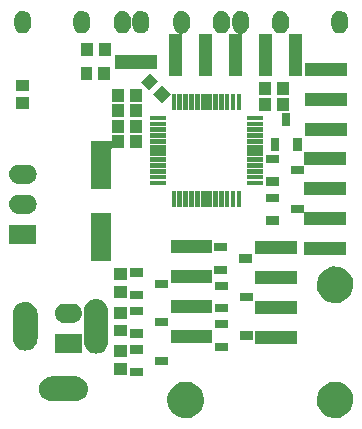
<source format=gts>
G04 #@! TF.FileFunction,Soldermask,Top*
%FSLAX46Y46*%
G04 Gerber Fmt 4.6, Leading zero omitted, Abs format (unit mm)*
G04 Created by KiCad (PCBNEW (2015-03-13 BZR 5510)-product) date tis  3 nov 2015 15:17:31*
%MOMM*%
G01*
G04 APERTURE LIST*
%ADD10C,0.100000*%
G04 APERTURE END LIST*
D10*
G36*
X120220380Y-93087740D02*
X119119620Y-93087740D01*
X119119620Y-92088580D01*
X120220380Y-92088580D01*
X120220380Y-93087740D01*
X120220380Y-93087740D01*
G37*
G36*
X120220380Y-94591420D02*
X119119620Y-94591420D01*
X119119620Y-93592260D01*
X120220380Y-93592260D01*
X120220380Y-94591420D01*
X120220380Y-94591420D01*
G37*
G36*
X120400000Y-87474633D02*
X120399958Y-87480579D01*
X120399946Y-87482348D01*
X120399932Y-87484371D01*
X120384703Y-87620135D01*
X120343395Y-87750356D01*
X120277579Y-87870074D01*
X120189764Y-87974728D01*
X120083294Y-88060332D01*
X119962225Y-88123626D01*
X119831167Y-88162198D01*
X119831133Y-88162201D01*
X119831120Y-88162205D01*
X119695116Y-88174583D01*
X119559294Y-88160306D01*
X119559289Y-88160304D01*
X119559245Y-88160300D01*
X119428739Y-88119901D01*
X119308565Y-88054923D01*
X119203300Y-87967841D01*
X119116955Y-87861971D01*
X119052818Y-87741346D01*
X119013331Y-87610561D01*
X119000000Y-87474597D01*
X119000000Y-87472397D01*
X119000000Y-86965403D01*
X119000000Y-86965367D01*
X119000041Y-86959420D01*
X119000068Y-86955629D01*
X119015297Y-86819865D01*
X119056605Y-86689644D01*
X119122421Y-86569926D01*
X119210236Y-86465272D01*
X119316706Y-86379668D01*
X119437775Y-86316374D01*
X119568833Y-86277802D01*
X119568866Y-86277798D01*
X119568880Y-86277795D01*
X119704884Y-86265417D01*
X119840706Y-86279694D01*
X119840710Y-86279695D01*
X119840755Y-86279700D01*
X119971261Y-86320099D01*
X120091435Y-86385077D01*
X120196700Y-86472159D01*
X120283045Y-86578029D01*
X120347182Y-86698654D01*
X120386669Y-86829439D01*
X120400000Y-86965403D01*
X120400000Y-86967603D01*
X120400000Y-87474597D01*
X120400000Y-87474633D01*
X120400000Y-87474633D01*
G37*
G36*
X120869820Y-105982000D02*
X118570180Y-105982000D01*
X118570180Y-104358000D01*
X120869820Y-104358000D01*
X120869820Y-105982000D01*
X120869820Y-105982000D01*
G37*
G36*
X120875366Y-100095667D02*
X120858806Y-100253226D01*
X120858801Y-100253239D01*
X120858798Y-100253275D01*
X120811936Y-100404663D01*
X120736562Y-100544065D01*
X120635546Y-100666171D01*
X120512737Y-100766332D01*
X120372812Y-100840731D01*
X120221101Y-100886536D01*
X120063383Y-100902000D01*
X120061183Y-100902000D01*
X119376617Y-100902000D01*
X119376581Y-100902000D01*
X119370021Y-100901954D01*
X119367304Y-100901935D01*
X119365280Y-100901921D01*
X119207793Y-100884256D01*
X119056736Y-100836338D01*
X118917864Y-100759992D01*
X118796465Y-100658127D01*
X118697164Y-100534621D01*
X118623744Y-100394181D01*
X118579000Y-100242154D01*
X118578996Y-100242120D01*
X118578993Y-100242107D01*
X118564634Y-100084333D01*
X118581194Y-99926774D01*
X118581198Y-99926760D01*
X118581202Y-99926725D01*
X118628064Y-99775337D01*
X118703438Y-99635935D01*
X118804454Y-99513829D01*
X118927263Y-99413668D01*
X119067188Y-99339269D01*
X119218899Y-99293464D01*
X119376617Y-99278000D01*
X119378817Y-99278000D01*
X120063383Y-99278000D01*
X120063419Y-99278000D01*
X120069978Y-99278045D01*
X120074720Y-99278079D01*
X120232207Y-99295744D01*
X120383264Y-99343662D01*
X120522136Y-99420008D01*
X120643535Y-99521873D01*
X120742836Y-99645379D01*
X120816256Y-99785819D01*
X120861000Y-99937846D01*
X120861003Y-99937879D01*
X120861007Y-99937893D01*
X120875366Y-100095667D01*
X120875366Y-100095667D01*
G37*
G36*
X120875366Y-102635667D02*
X120858806Y-102793226D01*
X120858801Y-102793239D01*
X120858798Y-102793275D01*
X120811936Y-102944663D01*
X120736562Y-103084065D01*
X120635546Y-103206171D01*
X120512737Y-103306332D01*
X120372812Y-103380731D01*
X120221101Y-103426536D01*
X120063383Y-103442000D01*
X120061183Y-103442000D01*
X119376617Y-103442000D01*
X119376581Y-103442000D01*
X119370021Y-103441954D01*
X119367304Y-103441935D01*
X119365280Y-103441921D01*
X119207793Y-103424256D01*
X119056736Y-103376338D01*
X118917864Y-103299992D01*
X118796465Y-103198127D01*
X118697164Y-103074621D01*
X118623744Y-102934181D01*
X118579000Y-102782154D01*
X118578996Y-102782120D01*
X118578993Y-102782107D01*
X118564634Y-102624333D01*
X118581194Y-102466774D01*
X118581198Y-102466760D01*
X118581202Y-102466725D01*
X118628064Y-102315337D01*
X118703438Y-102175935D01*
X118804454Y-102053829D01*
X118927263Y-101953668D01*
X119067188Y-101879269D01*
X119218899Y-101833464D01*
X119376617Y-101818000D01*
X119378817Y-101818000D01*
X120063383Y-101818000D01*
X120063419Y-101818000D01*
X120069978Y-101818045D01*
X120074720Y-101818079D01*
X120232207Y-101835744D01*
X120383264Y-101883662D01*
X120522136Y-101960008D01*
X120643535Y-102061873D01*
X120742836Y-102185379D01*
X120816256Y-102325819D01*
X120861000Y-102477846D01*
X120861003Y-102477879D01*
X120861007Y-102477893D01*
X120875366Y-102635667D01*
X120875366Y-102635667D01*
G37*
G36*
X120958410Y-113980716D02*
X120958343Y-113990200D01*
X120958322Y-113993310D01*
X120958308Y-113995333D01*
X120935476Y-114198881D01*
X120873543Y-114394118D01*
X120774868Y-114573607D01*
X120643210Y-114730512D01*
X120483582Y-114858856D01*
X120302066Y-114953750D01*
X120105575Y-115011581D01*
X120105541Y-115011584D01*
X120105528Y-115011588D01*
X119901595Y-115030147D01*
X119697940Y-115008742D01*
X119697926Y-115008737D01*
X119697891Y-115008734D01*
X119502226Y-114948166D01*
X119322053Y-114850747D01*
X119164233Y-114720187D01*
X119034777Y-114561459D01*
X118938618Y-114380610D01*
X118879417Y-114184527D01*
X118859430Y-113980680D01*
X118859430Y-113978480D01*
X118859430Y-111959320D01*
X118859430Y-111959284D01*
X118859496Y-111949799D01*
X118859532Y-111944667D01*
X118882364Y-111741119D01*
X118944297Y-111545882D01*
X119042972Y-111366393D01*
X119174630Y-111209488D01*
X119334258Y-111081144D01*
X119515774Y-110986250D01*
X119712265Y-110928419D01*
X119712298Y-110928415D01*
X119712312Y-110928412D01*
X119916245Y-110909853D01*
X120119900Y-110931258D01*
X120119913Y-110931262D01*
X120119949Y-110931266D01*
X120315614Y-110991834D01*
X120495787Y-111089253D01*
X120653607Y-111219813D01*
X120783063Y-111378541D01*
X120879222Y-111559390D01*
X120938423Y-111755473D01*
X120958410Y-111959320D01*
X120958410Y-111961520D01*
X120958410Y-113980680D01*
X120958410Y-113980716D01*
X120958410Y-113980716D01*
G37*
G36*
X124729820Y-115212000D02*
X122430180Y-115212000D01*
X122430180Y-113588000D01*
X124729820Y-113588000D01*
X124729820Y-115212000D01*
X124729820Y-115212000D01*
G37*
G36*
X124735366Y-111865667D02*
X124718806Y-112023226D01*
X124718801Y-112023239D01*
X124718798Y-112023275D01*
X124671936Y-112174663D01*
X124596562Y-112314065D01*
X124495546Y-112436171D01*
X124372737Y-112536332D01*
X124232812Y-112610731D01*
X124081101Y-112656536D01*
X123923383Y-112672000D01*
X123921183Y-112672000D01*
X123236617Y-112672000D01*
X123236581Y-112672000D01*
X123230021Y-112671954D01*
X123227304Y-112671935D01*
X123225280Y-112671921D01*
X123067793Y-112654256D01*
X122916736Y-112606338D01*
X122777864Y-112529992D01*
X122656465Y-112428127D01*
X122557164Y-112304621D01*
X122483744Y-112164181D01*
X122439000Y-112012154D01*
X122438996Y-112012120D01*
X122438993Y-112012107D01*
X122424634Y-111854333D01*
X122441194Y-111696774D01*
X122441198Y-111696760D01*
X122441202Y-111696725D01*
X122488064Y-111545337D01*
X122563438Y-111405935D01*
X122664454Y-111283829D01*
X122787263Y-111183668D01*
X122927188Y-111109269D01*
X123078899Y-111063464D01*
X123236617Y-111048000D01*
X123238817Y-111048000D01*
X123923383Y-111048000D01*
X123923419Y-111048000D01*
X123929978Y-111048045D01*
X123934720Y-111048079D01*
X124092207Y-111065744D01*
X124243264Y-111113662D01*
X124382136Y-111190008D01*
X124503535Y-111291873D01*
X124602836Y-111415379D01*
X124676256Y-111555819D01*
X124721000Y-111707846D01*
X124721003Y-111707879D01*
X124721007Y-111707893D01*
X124735366Y-111865667D01*
X124735366Y-111865667D01*
G37*
G36*
X125220267Y-118278305D02*
X125198862Y-118481960D01*
X125198857Y-118481973D01*
X125198854Y-118482009D01*
X125138286Y-118677674D01*
X125040867Y-118857847D01*
X124910307Y-119015667D01*
X124751579Y-119145123D01*
X124570730Y-119241282D01*
X124374647Y-119300483D01*
X124170800Y-119320470D01*
X124168600Y-119320470D01*
X122149440Y-119320470D01*
X122149404Y-119320470D01*
X122139919Y-119320403D01*
X122136810Y-119320382D01*
X122134787Y-119320368D01*
X121931239Y-119297536D01*
X121736002Y-119235603D01*
X121556513Y-119136928D01*
X121399608Y-119005270D01*
X121271264Y-118845642D01*
X121176370Y-118664126D01*
X121118539Y-118467635D01*
X121118535Y-118467601D01*
X121118532Y-118467588D01*
X121099973Y-118263655D01*
X121121378Y-118060000D01*
X121121382Y-118059986D01*
X121121386Y-118059951D01*
X121181954Y-117864286D01*
X121279373Y-117684113D01*
X121409933Y-117526293D01*
X121568661Y-117396837D01*
X121749510Y-117300678D01*
X121945593Y-117241477D01*
X122149440Y-117221490D01*
X122151640Y-117221490D01*
X124170800Y-117221490D01*
X124170836Y-117221490D01*
X124180320Y-117221556D01*
X124185453Y-117221592D01*
X124389001Y-117244424D01*
X124584238Y-117306357D01*
X124763727Y-117405032D01*
X124920632Y-117536690D01*
X125048976Y-117696318D01*
X125143870Y-117877834D01*
X125201701Y-118074325D01*
X125201704Y-118074358D01*
X125201708Y-118074372D01*
X125220267Y-118278305D01*
X125220267Y-118278305D01*
G37*
G36*
X125400000Y-87474633D02*
X125399958Y-87480579D01*
X125399946Y-87482348D01*
X125399932Y-87484371D01*
X125384703Y-87620135D01*
X125343395Y-87750356D01*
X125277579Y-87870074D01*
X125189764Y-87974728D01*
X125083294Y-88060332D01*
X124962225Y-88123626D01*
X124831167Y-88162198D01*
X124831133Y-88162201D01*
X124831120Y-88162205D01*
X124695116Y-88174583D01*
X124559294Y-88160306D01*
X124559289Y-88160304D01*
X124559245Y-88160300D01*
X124428739Y-88119901D01*
X124308565Y-88054923D01*
X124203300Y-87967841D01*
X124116955Y-87861971D01*
X124052818Y-87741346D01*
X124013331Y-87610561D01*
X124000000Y-87474597D01*
X124000000Y-87472397D01*
X124000000Y-86965403D01*
X124000000Y-86965367D01*
X124000041Y-86959420D01*
X124000068Y-86955629D01*
X124015297Y-86819865D01*
X124056605Y-86689644D01*
X124122421Y-86569926D01*
X124210236Y-86465272D01*
X124316706Y-86379668D01*
X124437775Y-86316374D01*
X124568833Y-86277802D01*
X124568866Y-86277798D01*
X124568880Y-86277795D01*
X124704884Y-86265417D01*
X124840706Y-86279694D01*
X124840710Y-86279695D01*
X124840755Y-86279700D01*
X124971261Y-86320099D01*
X125091435Y-86385077D01*
X125196700Y-86472159D01*
X125283045Y-86578029D01*
X125347182Y-86698654D01*
X125386669Y-86829439D01*
X125400000Y-86965403D01*
X125400000Y-86967603D01*
X125400000Y-87474597D01*
X125400000Y-87474633D01*
X125400000Y-87474633D01*
G37*
G36*
X125607740Y-92140380D02*
X124608580Y-92140380D01*
X124608580Y-91039620D01*
X125607740Y-91039620D01*
X125607740Y-92140380D01*
X125607740Y-92140380D01*
G37*
G36*
X125647740Y-90120380D02*
X124648580Y-90120380D01*
X124648580Y-89019620D01*
X125647740Y-89019620D01*
X125647740Y-90120380D01*
X125647740Y-90120380D01*
G37*
G36*
X126960430Y-114232117D02*
X126960363Y-114241601D01*
X126960342Y-114244711D01*
X126960328Y-114246734D01*
X126937496Y-114450282D01*
X126875563Y-114645519D01*
X126776888Y-114825008D01*
X126645230Y-114981913D01*
X126485602Y-115110257D01*
X126304086Y-115205151D01*
X126107595Y-115262982D01*
X126107561Y-115262985D01*
X126107548Y-115262989D01*
X125903615Y-115281548D01*
X125699960Y-115260143D01*
X125699946Y-115260138D01*
X125699911Y-115260135D01*
X125504246Y-115199567D01*
X125324073Y-115102148D01*
X125166253Y-114971588D01*
X125036797Y-114812860D01*
X124940638Y-114632011D01*
X124881437Y-114435928D01*
X124861450Y-114232081D01*
X124861450Y-114229881D01*
X124861450Y-111707919D01*
X124861450Y-111707883D01*
X124861516Y-111698398D01*
X124861552Y-111693266D01*
X124884384Y-111489718D01*
X124946317Y-111294481D01*
X125044992Y-111114992D01*
X125176650Y-110958087D01*
X125336278Y-110829743D01*
X125517794Y-110734849D01*
X125714285Y-110677018D01*
X125714318Y-110677014D01*
X125714332Y-110677011D01*
X125918265Y-110658452D01*
X126121920Y-110679857D01*
X126121933Y-110679861D01*
X126121969Y-110679865D01*
X126317634Y-110740433D01*
X126497807Y-110837852D01*
X126655627Y-110968412D01*
X126785083Y-111127140D01*
X126881242Y-111307989D01*
X126940443Y-111504072D01*
X126960430Y-111707919D01*
X126960430Y-111710119D01*
X126960430Y-114232081D01*
X126960430Y-114232117D01*
X126960430Y-114232117D01*
G37*
G36*
X127111420Y-92140380D02*
X126112260Y-92140380D01*
X126112260Y-91039620D01*
X127111420Y-91039620D01*
X127111420Y-92140380D01*
X127111420Y-92140380D01*
G37*
G36*
X127151420Y-90120380D02*
X126152260Y-90120380D01*
X126152260Y-89019620D01*
X127151420Y-89019620D01*
X127151420Y-90120380D01*
X127151420Y-90120380D01*
G37*
G36*
X127210100Y-107470790D02*
X125509900Y-107470790D01*
X125509900Y-103370290D01*
X127210100Y-103370290D01*
X127210100Y-107470790D01*
X127210100Y-107470790D01*
G37*
G36*
X128297740Y-93950380D02*
X127298580Y-93950380D01*
X127298580Y-92849620D01*
X128297740Y-92849620D01*
X128297740Y-93950380D01*
X128297740Y-93950380D01*
G37*
G36*
X128297740Y-95260380D02*
X127298580Y-95260380D01*
X127298580Y-94159620D01*
X128297740Y-94159620D01*
X128297740Y-95260380D01*
X128297740Y-95260380D01*
G37*
G36*
X128297740Y-96570380D02*
X127298580Y-96570380D01*
X127298580Y-95469620D01*
X128297740Y-95469620D01*
X128297740Y-96570380D01*
X128297740Y-96570380D01*
G37*
G36*
X128297740Y-97890380D02*
X127298580Y-97890380D01*
X127260100Y-97890380D01*
X127240643Y-97894321D01*
X127224253Y-97905524D01*
X127213514Y-97922221D01*
X127210100Y-97940380D01*
X127210100Y-101369710D01*
X125509900Y-101369710D01*
X125509900Y-97269210D01*
X127210100Y-97269210D01*
X127248580Y-97269210D01*
X127268037Y-97265269D01*
X127284427Y-97254066D01*
X127295166Y-97237369D01*
X127298580Y-97219210D01*
X127298580Y-96789620D01*
X128297740Y-96789620D01*
X128297740Y-97890380D01*
X128297740Y-97890380D01*
G37*
G36*
X128540380Y-109067740D02*
X127439620Y-109067740D01*
X127439620Y-108068580D01*
X128540380Y-108068580D01*
X128540380Y-109067740D01*
X128540380Y-109067740D01*
G37*
G36*
X128540380Y-110571420D02*
X127439620Y-110571420D01*
X127439620Y-109572260D01*
X128540380Y-109572260D01*
X128540380Y-110571420D01*
X128540380Y-110571420D01*
G37*
G36*
X128540380Y-112317740D02*
X127439620Y-112317740D01*
X127439620Y-111318580D01*
X128540380Y-111318580D01*
X128540380Y-112317740D01*
X128540380Y-112317740D01*
G37*
G36*
X128540380Y-113821420D02*
X127439620Y-113821420D01*
X127439620Y-112822260D01*
X128540380Y-112822260D01*
X128540380Y-113821420D01*
X128540380Y-113821420D01*
G37*
G36*
X128540380Y-115577740D02*
X127439620Y-115577740D01*
X127439620Y-114578580D01*
X128540380Y-114578580D01*
X128540380Y-115577740D01*
X128540380Y-115577740D01*
G37*
G36*
X128540380Y-117081420D02*
X127439620Y-117081420D01*
X127439620Y-116082260D01*
X128540380Y-116082260D01*
X128540380Y-117081420D01*
X128540380Y-117081420D01*
G37*
G36*
X128860000Y-87474633D02*
X128859958Y-87480579D01*
X128859946Y-87482348D01*
X128859932Y-87484371D01*
X128844703Y-87620135D01*
X128803395Y-87750356D01*
X128737579Y-87870074D01*
X128649764Y-87974728D01*
X128543294Y-88060332D01*
X128422225Y-88123626D01*
X128291167Y-88162198D01*
X128291133Y-88162201D01*
X128291120Y-88162205D01*
X128155116Y-88174583D01*
X128019294Y-88160306D01*
X128019289Y-88160304D01*
X128019245Y-88160300D01*
X127888739Y-88119901D01*
X127768565Y-88054923D01*
X127663300Y-87967841D01*
X127576955Y-87861971D01*
X127512818Y-87741346D01*
X127473331Y-87610561D01*
X127460000Y-87474597D01*
X127460000Y-87472397D01*
X127460000Y-86965403D01*
X127460000Y-86965367D01*
X127460041Y-86959420D01*
X127460068Y-86955629D01*
X127475297Y-86819865D01*
X127516605Y-86689644D01*
X127582421Y-86569926D01*
X127670236Y-86465272D01*
X127776706Y-86379668D01*
X127897775Y-86316374D01*
X128028833Y-86277802D01*
X128028866Y-86277798D01*
X128028880Y-86277795D01*
X128164884Y-86265417D01*
X128300706Y-86279694D01*
X128300710Y-86279695D01*
X128300755Y-86279700D01*
X128431261Y-86320099D01*
X128551435Y-86385077D01*
X128656700Y-86472159D01*
X128743045Y-86578029D01*
X128807182Y-86698654D01*
X128846669Y-86829439D01*
X128860000Y-86965403D01*
X128860000Y-86967603D01*
X128860000Y-87474597D01*
X128860000Y-87474633D01*
X128860000Y-87474633D01*
G37*
G36*
X129801420Y-93950380D02*
X128802260Y-93950380D01*
X128802260Y-92849620D01*
X129801420Y-92849620D01*
X129801420Y-93950380D01*
X129801420Y-93950380D01*
G37*
G36*
X129801420Y-95260380D02*
X128802260Y-95260380D01*
X128802260Y-94159620D01*
X129801420Y-94159620D01*
X129801420Y-95260380D01*
X129801420Y-95260380D01*
G37*
G36*
X129801420Y-96570380D02*
X128802260Y-96570380D01*
X128802260Y-95469620D01*
X129801420Y-95469620D01*
X129801420Y-96570380D01*
X129801420Y-96570380D01*
G37*
G36*
X129801420Y-97890380D02*
X128802260Y-97890380D01*
X128802260Y-96789620D01*
X129801420Y-96789620D01*
X129801420Y-97890380D01*
X129801420Y-97890380D01*
G37*
G36*
X129863740Y-108767220D02*
X128762980Y-108767220D01*
X128762980Y-108067780D01*
X129863740Y-108067780D01*
X129863740Y-108767220D01*
X129863740Y-108767220D01*
G37*
G36*
X129863740Y-110672220D02*
X128762980Y-110672220D01*
X128762980Y-109972780D01*
X129863740Y-109972780D01*
X129863740Y-110672220D01*
X129863740Y-110672220D01*
G37*
G36*
X129863740Y-112017220D02*
X128762980Y-112017220D01*
X128762980Y-111317780D01*
X129863740Y-111317780D01*
X129863740Y-112017220D01*
X129863740Y-112017220D01*
G37*
G36*
X129863740Y-113922220D02*
X128762980Y-113922220D01*
X128762980Y-113222780D01*
X129863740Y-113222780D01*
X129863740Y-113922220D01*
X129863740Y-113922220D01*
G37*
G36*
X129863740Y-115277220D02*
X128762980Y-115277220D01*
X128762980Y-114577780D01*
X129863740Y-114577780D01*
X129863740Y-115277220D01*
X129863740Y-115277220D01*
G37*
G36*
X129863740Y-117182220D02*
X128762980Y-117182220D01*
X128762980Y-116482780D01*
X129863740Y-116482780D01*
X129863740Y-117182220D01*
X129863740Y-117182220D01*
G37*
G36*
X130400000Y-87474633D02*
X130399958Y-87480579D01*
X130399946Y-87482348D01*
X130399932Y-87484371D01*
X130384703Y-87620135D01*
X130343395Y-87750356D01*
X130277579Y-87870074D01*
X130189764Y-87974728D01*
X130083294Y-88060332D01*
X129962225Y-88123626D01*
X129831167Y-88162198D01*
X129831133Y-88162201D01*
X129831120Y-88162205D01*
X129695116Y-88174583D01*
X129559294Y-88160306D01*
X129559289Y-88160304D01*
X129559245Y-88160300D01*
X129428739Y-88119901D01*
X129308565Y-88054923D01*
X129203300Y-87967841D01*
X129116955Y-87861971D01*
X129052818Y-87741346D01*
X129013331Y-87610561D01*
X129000000Y-87474597D01*
X129000000Y-87472397D01*
X129000000Y-86965403D01*
X129000000Y-86965367D01*
X129000041Y-86959420D01*
X129000068Y-86955629D01*
X129015297Y-86819865D01*
X129056605Y-86689644D01*
X129122421Y-86569926D01*
X129210236Y-86465272D01*
X129316706Y-86379668D01*
X129437775Y-86316374D01*
X129568833Y-86277802D01*
X129568866Y-86277798D01*
X129568880Y-86277795D01*
X129704884Y-86265417D01*
X129840706Y-86279694D01*
X129840710Y-86279695D01*
X129840755Y-86279700D01*
X129971261Y-86320099D01*
X130091435Y-86385077D01*
X130196700Y-86472159D01*
X130283045Y-86578029D01*
X130347182Y-86698654D01*
X130386669Y-86829439D01*
X130400000Y-86965403D01*
X130400000Y-86967603D01*
X130400000Y-87474597D01*
X130400000Y-87474633D01*
X130400000Y-87474633D01*
G37*
G36*
X131035000Y-91150000D02*
X127485000Y-91150000D01*
X127485000Y-90030000D01*
X131035000Y-90030000D01*
X131035000Y-91150000D01*
X131035000Y-91150000D01*
G37*
G36*
X131180804Y-92202448D02*
X131180803Y-92202448D01*
X130402448Y-92980803D01*
X130402448Y-92980804D01*
X129695934Y-92274290D01*
X130474290Y-91495934D01*
X131180804Y-92202448D01*
X131180804Y-92202448D01*
G37*
G36*
X131860680Y-95539040D02*
X130460200Y-95539040D01*
X130460200Y-95139320D01*
X131860680Y-95139320D01*
X131860680Y-95539040D01*
X131860680Y-95539040D01*
G37*
G36*
X131860680Y-96039420D02*
X130460200Y-96039420D01*
X130460200Y-95639700D01*
X131860680Y-95639700D01*
X131860680Y-96039420D01*
X131860680Y-96039420D01*
G37*
G36*
X131860680Y-96539800D02*
X130460200Y-96539800D01*
X130460200Y-96140080D01*
X131860680Y-96140080D01*
X131860680Y-96539800D01*
X131860680Y-96539800D01*
G37*
G36*
X131860680Y-97040180D02*
X130460200Y-97040180D01*
X130460200Y-96640460D01*
X131860680Y-96640460D01*
X131860680Y-97040180D01*
X131860680Y-97040180D01*
G37*
G36*
X131860680Y-97540560D02*
X130460200Y-97540560D01*
X130460200Y-97140840D01*
X131860680Y-97140840D01*
X131860680Y-97540560D01*
X131860680Y-97540560D01*
G37*
G36*
X131860680Y-98538780D02*
X130460200Y-98538780D01*
X130460200Y-98139060D01*
X130460200Y-98040940D01*
X130460200Y-97641220D01*
X131860680Y-97641220D01*
X131860680Y-98040940D01*
X131860680Y-98139060D01*
X131860680Y-98538780D01*
X131860680Y-98538780D01*
G37*
G36*
X131860680Y-99039160D02*
X130460200Y-99039160D01*
X130460200Y-98639440D01*
X131860680Y-98639440D01*
X131860680Y-99039160D01*
X131860680Y-99039160D01*
G37*
G36*
X131860680Y-99539540D02*
X130460200Y-99539540D01*
X130460200Y-99139820D01*
X131860680Y-99139820D01*
X131860680Y-99539540D01*
X131860680Y-99539540D01*
G37*
G36*
X131860680Y-100039920D02*
X130460200Y-100039920D01*
X130460200Y-99640200D01*
X131860680Y-99640200D01*
X131860680Y-100039920D01*
X131860680Y-100039920D01*
G37*
G36*
X131860680Y-100540300D02*
X130460200Y-100540300D01*
X130460200Y-100140580D01*
X131860680Y-100140580D01*
X131860680Y-100540300D01*
X131860680Y-100540300D01*
G37*
G36*
X131860680Y-101040680D02*
X130460200Y-101040680D01*
X130460200Y-100640960D01*
X131860680Y-100640960D01*
X131860680Y-101040680D01*
X131860680Y-101040680D01*
G37*
G36*
X131977020Y-109719720D02*
X130876260Y-109719720D01*
X130876260Y-109020280D01*
X131977020Y-109020280D01*
X131977020Y-109719720D01*
X131977020Y-109719720D01*
G37*
G36*
X131977020Y-112969720D02*
X130876260Y-112969720D01*
X130876260Y-112270280D01*
X131977020Y-112270280D01*
X131977020Y-112969720D01*
X131977020Y-112969720D01*
G37*
G36*
X131977020Y-116229720D02*
X130876260Y-116229720D01*
X130876260Y-115530280D01*
X131977020Y-115530280D01*
X131977020Y-116229720D01*
X131977020Y-116229720D01*
G37*
G36*
X132251119Y-93272763D02*
X132238579Y-93275671D01*
X132223965Y-93285811D01*
X131465710Y-94044065D01*
X131465710Y-94044066D01*
X130759196Y-93337552D01*
X131537552Y-92559196D01*
X132251119Y-93272763D01*
X132251119Y-93272763D01*
G37*
G36*
X132709040Y-94690680D02*
X132309320Y-94690680D01*
X132309320Y-93321166D01*
X132305379Y-93301709D01*
X132297512Y-93290200D01*
X132309320Y-93290200D01*
X132709040Y-93290200D01*
X132709040Y-94690680D01*
X132709040Y-94690680D01*
G37*
G36*
X132709040Y-102889800D02*
X132309320Y-102889800D01*
X132309320Y-101489320D01*
X132709040Y-101489320D01*
X132709040Y-102889800D01*
X132709040Y-102889800D01*
G37*
G36*
X133209420Y-94690680D02*
X132809700Y-94690680D01*
X132809700Y-93290200D01*
X133209420Y-93290200D01*
X133209420Y-94690680D01*
X133209420Y-94690680D01*
G37*
G36*
X133209420Y-102889800D02*
X132809700Y-102889800D01*
X132809700Y-101489320D01*
X133209420Y-101489320D01*
X133209420Y-102889800D01*
X133209420Y-102889800D01*
G37*
G36*
X133709800Y-94690680D02*
X133310080Y-94690680D01*
X133310080Y-93290200D01*
X133709800Y-93290200D01*
X133709800Y-94690680D01*
X133709800Y-94690680D01*
G37*
G36*
X133709800Y-102889800D02*
X133310080Y-102889800D01*
X133310080Y-101489320D01*
X133709800Y-101489320D01*
X133709800Y-102889800D01*
X133709800Y-102889800D01*
G37*
G36*
X133860000Y-87474633D02*
X133859958Y-87480579D01*
X133859946Y-87482348D01*
X133859932Y-87484371D01*
X133844703Y-87620135D01*
X133803395Y-87750356D01*
X133737579Y-87870074D01*
X133649764Y-87974728D01*
X133543294Y-88060332D01*
X133422225Y-88123626D01*
X133291167Y-88162198D01*
X133291133Y-88162201D01*
X133291120Y-88162205D01*
X133275468Y-88163629D01*
X133256448Y-88169317D01*
X133241141Y-88181959D01*
X133231960Y-88199561D01*
X133230000Y-88213423D01*
X133230000Y-88230000D01*
X133230000Y-91780000D01*
X132110000Y-91780000D01*
X132110000Y-88230000D01*
X132913827Y-88230000D01*
X132933284Y-88226059D01*
X132949674Y-88214856D01*
X132960413Y-88198159D01*
X132963807Y-88178598D01*
X132959322Y-88159259D01*
X132947665Y-88143189D01*
X132928641Y-88132253D01*
X132888739Y-88119901D01*
X132768565Y-88054923D01*
X132663300Y-87967841D01*
X132576955Y-87861971D01*
X132512818Y-87741346D01*
X132473331Y-87610561D01*
X132460000Y-87474597D01*
X132460000Y-87472397D01*
X132460000Y-86965403D01*
X132460000Y-86965367D01*
X132460041Y-86959420D01*
X132460068Y-86955629D01*
X132475297Y-86819865D01*
X132516605Y-86689644D01*
X132582421Y-86569926D01*
X132670236Y-86465272D01*
X132776706Y-86379668D01*
X132897775Y-86316374D01*
X133028833Y-86277802D01*
X133028866Y-86277798D01*
X133028880Y-86277795D01*
X133164884Y-86265417D01*
X133300706Y-86279694D01*
X133300710Y-86279695D01*
X133300755Y-86279700D01*
X133431261Y-86320099D01*
X133551435Y-86385077D01*
X133656700Y-86472159D01*
X133743045Y-86578029D01*
X133807182Y-86698654D01*
X133846669Y-86829439D01*
X133860000Y-86965403D01*
X133860000Y-86967603D01*
X133860000Y-87474597D01*
X133860000Y-87474633D01*
X133860000Y-87474633D01*
G37*
G36*
X134210180Y-94690680D02*
X133810460Y-94690680D01*
X133810460Y-93290200D01*
X134210180Y-93290200D01*
X134210180Y-94690680D01*
X134210180Y-94690680D01*
G37*
G36*
X134210180Y-102889800D02*
X133810460Y-102889800D01*
X133810460Y-101489320D01*
X134210180Y-101489320D01*
X134210180Y-102889800D01*
X134210180Y-102889800D01*
G37*
G36*
X134710560Y-94690680D02*
X134310840Y-94690680D01*
X134310840Y-93290200D01*
X134710560Y-93290200D01*
X134710560Y-94690680D01*
X134710560Y-94690680D01*
G37*
G36*
X134710560Y-102889800D02*
X134310840Y-102889800D01*
X134310840Y-101489320D01*
X134710560Y-101489320D01*
X134710560Y-102889800D01*
X134710560Y-102889800D01*
G37*
G36*
X135050067Y-119048015D02*
X135045219Y-119395207D01*
X135045142Y-119395545D01*
X135045142Y-119395553D01*
X134977878Y-119691622D01*
X134854241Y-119969315D01*
X134679023Y-120217703D01*
X134458891Y-120427331D01*
X134202244Y-120590204D01*
X133918843Y-120700129D01*
X133619492Y-120752912D01*
X133315588Y-120746546D01*
X133018703Y-120681272D01*
X132740161Y-120559579D01*
X132490549Y-120386095D01*
X132279394Y-120167437D01*
X132114733Y-119911934D01*
X132002833Y-119629308D01*
X131947960Y-119330325D01*
X131952205Y-119026385D01*
X132015402Y-118729061D01*
X132135151Y-118449667D01*
X132306884Y-118198857D01*
X132524065Y-117986178D01*
X132778416Y-117819735D01*
X133060253Y-117705866D01*
X133358836Y-117648908D01*
X133662803Y-117651030D01*
X133960567Y-117712153D01*
X134240784Y-117829945D01*
X134492788Y-117999923D01*
X134706979Y-118215615D01*
X134875194Y-118468798D01*
X134991027Y-118749830D01*
X135050001Y-119047671D01*
X135050000Y-119047680D01*
X135050067Y-119048015D01*
X135050067Y-119048015D01*
G37*
G36*
X135708780Y-94690680D02*
X135309060Y-94690680D01*
X135210940Y-94690680D01*
X134811220Y-94690680D01*
X134811220Y-93290200D01*
X135210940Y-93290200D01*
X135309060Y-93290200D01*
X135708780Y-93290200D01*
X135708780Y-94690680D01*
X135708780Y-94690680D01*
G37*
G36*
X135708780Y-102889800D02*
X135309060Y-102889800D01*
X135210940Y-102889800D01*
X134811220Y-102889800D01*
X134811220Y-101489320D01*
X135210940Y-101489320D01*
X135309060Y-101489320D01*
X135708780Y-101489320D01*
X135708780Y-102889800D01*
X135708780Y-102889800D01*
G37*
G36*
X135770000Y-91780000D02*
X134650000Y-91780000D01*
X134650000Y-88230000D01*
X135770000Y-88230000D01*
X135770000Y-91780000D01*
X135770000Y-91780000D01*
G37*
G36*
X135770000Y-106790000D02*
X132220000Y-106790000D01*
X132220000Y-105670000D01*
X135770000Y-105670000D01*
X135770000Y-106790000D01*
X135770000Y-106790000D01*
G37*
G36*
X135770000Y-109330000D02*
X132220000Y-109330000D01*
X132220000Y-108210000D01*
X135770000Y-108210000D01*
X135770000Y-109330000D01*
X135770000Y-109330000D01*
G37*
G36*
X135770000Y-111870000D02*
X132220000Y-111870000D01*
X132220000Y-110750000D01*
X135770000Y-110750000D01*
X135770000Y-111870000D01*
X135770000Y-111870000D01*
G37*
G36*
X135770000Y-114410000D02*
X132220000Y-114410000D01*
X132220000Y-113290000D01*
X135770000Y-113290000D01*
X135770000Y-114410000D01*
X135770000Y-114410000D01*
G37*
G36*
X136209160Y-94690680D02*
X135809440Y-94690680D01*
X135809440Y-93290200D01*
X136209160Y-93290200D01*
X136209160Y-94690680D01*
X136209160Y-94690680D01*
G37*
G36*
X136209160Y-102889800D02*
X135809440Y-102889800D01*
X135809440Y-101489320D01*
X136209160Y-101489320D01*
X136209160Y-102889800D01*
X136209160Y-102889800D01*
G37*
G36*
X136709540Y-94690680D02*
X136309820Y-94690680D01*
X136309820Y-93290200D01*
X136709540Y-93290200D01*
X136709540Y-94690680D01*
X136709540Y-94690680D01*
G37*
G36*
X136709540Y-102889800D02*
X136309820Y-102889800D01*
X136309820Y-101489320D01*
X136709540Y-101489320D01*
X136709540Y-102889800D01*
X136709540Y-102889800D01*
G37*
G36*
X137043740Y-106627220D02*
X135942980Y-106627220D01*
X135942980Y-105927780D01*
X137043740Y-105927780D01*
X137043740Y-106627220D01*
X137043740Y-106627220D01*
G37*
G36*
X137043740Y-108532220D02*
X135942980Y-108532220D01*
X135942980Y-107832780D01*
X137043740Y-107832780D01*
X137043740Y-108532220D01*
X137043740Y-108532220D01*
G37*
G36*
X137053740Y-109887220D02*
X135952980Y-109887220D01*
X135952980Y-109187780D01*
X137053740Y-109187780D01*
X137053740Y-109887220D01*
X137053740Y-109887220D01*
G37*
G36*
X137053740Y-111792220D02*
X135952980Y-111792220D01*
X135952980Y-111092780D01*
X137053740Y-111092780D01*
X137053740Y-111792220D01*
X137053740Y-111792220D01*
G37*
G36*
X137053740Y-113147220D02*
X135952980Y-113147220D01*
X135952980Y-112447780D01*
X137053740Y-112447780D01*
X137053740Y-113147220D01*
X137053740Y-113147220D01*
G37*
G36*
X137053740Y-115052220D02*
X135952980Y-115052220D01*
X135952980Y-114352780D01*
X137053740Y-114352780D01*
X137053740Y-115052220D01*
X137053740Y-115052220D01*
G37*
G36*
X137209920Y-94690680D02*
X136810200Y-94690680D01*
X136810200Y-93290200D01*
X137209920Y-93290200D01*
X137209920Y-94690680D01*
X137209920Y-94690680D01*
G37*
G36*
X137209920Y-102889800D02*
X136810200Y-102889800D01*
X136810200Y-101489320D01*
X137209920Y-101489320D01*
X137209920Y-102889800D01*
X137209920Y-102889800D01*
G37*
G36*
X137240000Y-87474633D02*
X137239958Y-87480579D01*
X137239946Y-87482348D01*
X137239932Y-87484371D01*
X137224703Y-87620135D01*
X137183395Y-87750356D01*
X137117579Y-87870074D01*
X137029764Y-87974728D01*
X136923294Y-88060332D01*
X136802225Y-88123626D01*
X136671167Y-88162198D01*
X136671133Y-88162201D01*
X136671120Y-88162205D01*
X136535116Y-88174583D01*
X136399294Y-88160306D01*
X136399289Y-88160304D01*
X136399245Y-88160300D01*
X136268739Y-88119901D01*
X136148565Y-88054923D01*
X136043300Y-87967841D01*
X135956955Y-87861971D01*
X135892818Y-87741346D01*
X135853331Y-87610561D01*
X135840000Y-87474597D01*
X135840000Y-87472397D01*
X135840000Y-86965403D01*
X135840000Y-86965367D01*
X135840041Y-86959420D01*
X135840068Y-86955629D01*
X135855297Y-86819865D01*
X135896605Y-86689644D01*
X135962421Y-86569926D01*
X136050236Y-86465272D01*
X136156706Y-86379668D01*
X136277775Y-86316374D01*
X136408833Y-86277802D01*
X136408866Y-86277798D01*
X136408880Y-86277795D01*
X136544884Y-86265417D01*
X136680706Y-86279694D01*
X136680710Y-86279695D01*
X136680755Y-86279700D01*
X136811261Y-86320099D01*
X136931435Y-86385077D01*
X137036700Y-86472159D01*
X137123045Y-86578029D01*
X137187182Y-86698654D01*
X137226669Y-86829439D01*
X137240000Y-86965403D01*
X137240000Y-86967603D01*
X137240000Y-87474597D01*
X137240000Y-87474633D01*
X137240000Y-87474633D01*
G37*
G36*
X137710300Y-94690680D02*
X137310580Y-94690680D01*
X137310580Y-93290200D01*
X137710300Y-93290200D01*
X137710300Y-94690680D01*
X137710300Y-94690680D01*
G37*
G36*
X137710300Y-102889800D02*
X137310580Y-102889800D01*
X137310580Y-101489320D01*
X137710300Y-101489320D01*
X137710300Y-102889800D01*
X137710300Y-102889800D01*
G37*
G36*
X138210680Y-94690680D02*
X137810960Y-94690680D01*
X137810960Y-93290200D01*
X138210680Y-93290200D01*
X138210680Y-94690680D01*
X138210680Y-94690680D01*
G37*
G36*
X138210680Y-102889800D02*
X137810960Y-102889800D01*
X137810960Y-101489320D01*
X138210680Y-101489320D01*
X138210680Y-102889800D01*
X138210680Y-102889800D01*
G37*
G36*
X138860000Y-87474633D02*
X138859958Y-87480579D01*
X138859946Y-87482348D01*
X138859932Y-87484371D01*
X138844703Y-87620135D01*
X138803395Y-87750356D01*
X138737579Y-87870074D01*
X138649764Y-87974728D01*
X138543294Y-88060332D01*
X138422225Y-88123626D01*
X138345851Y-88146103D01*
X138328330Y-88155362D01*
X138315770Y-88170736D01*
X138310000Y-88194053D01*
X138310000Y-88230000D01*
X138310000Y-91780000D01*
X137190000Y-91780000D01*
X137190000Y-88230000D01*
X137913827Y-88230000D01*
X137933284Y-88226059D01*
X137949674Y-88214856D01*
X137960413Y-88198159D01*
X137963807Y-88178598D01*
X137959322Y-88159259D01*
X137947665Y-88143189D01*
X137928641Y-88132253D01*
X137888739Y-88119901D01*
X137768565Y-88054923D01*
X137663300Y-87967841D01*
X137576955Y-87861971D01*
X137512818Y-87741346D01*
X137473331Y-87610561D01*
X137460000Y-87474597D01*
X137460000Y-87472397D01*
X137460000Y-86965403D01*
X137460000Y-86965367D01*
X137460041Y-86959420D01*
X137460068Y-86955629D01*
X137475297Y-86819865D01*
X137516605Y-86689644D01*
X137582421Y-86569926D01*
X137670236Y-86465272D01*
X137776706Y-86379668D01*
X137897775Y-86316374D01*
X138028833Y-86277802D01*
X138028866Y-86277798D01*
X138028880Y-86277795D01*
X138164884Y-86265417D01*
X138300706Y-86279694D01*
X138300710Y-86279695D01*
X138300755Y-86279700D01*
X138431261Y-86320099D01*
X138551435Y-86385077D01*
X138656700Y-86472159D01*
X138743045Y-86578029D01*
X138807182Y-86698654D01*
X138846669Y-86829439D01*
X138860000Y-86965403D01*
X138860000Y-86967603D01*
X138860000Y-87474597D01*
X138860000Y-87474633D01*
X138860000Y-87474633D01*
G37*
G36*
X139157020Y-107579720D02*
X138056260Y-107579720D01*
X138056260Y-106880280D01*
X139157020Y-106880280D01*
X139157020Y-107579720D01*
X139157020Y-107579720D01*
G37*
G36*
X139167020Y-110839720D02*
X138066260Y-110839720D01*
X138066260Y-110140280D01*
X139167020Y-110140280D01*
X139167020Y-110839720D01*
X139167020Y-110839720D01*
G37*
G36*
X139167020Y-114099720D02*
X138066260Y-114099720D01*
X138066260Y-113400280D01*
X139167020Y-113400280D01*
X139167020Y-114099720D01*
X139167020Y-114099720D01*
G37*
G36*
X140059800Y-95539040D02*
X138659320Y-95539040D01*
X138659320Y-95139320D01*
X140059800Y-95139320D01*
X140059800Y-95539040D01*
X140059800Y-95539040D01*
G37*
G36*
X140059800Y-96039420D02*
X138659320Y-96039420D01*
X138659320Y-95639700D01*
X140059800Y-95639700D01*
X140059800Y-96039420D01*
X140059800Y-96039420D01*
G37*
G36*
X140059800Y-96539800D02*
X138659320Y-96539800D01*
X138659320Y-96140080D01*
X140059800Y-96140080D01*
X140059800Y-96539800D01*
X140059800Y-96539800D01*
G37*
G36*
X140059800Y-97040180D02*
X138659320Y-97040180D01*
X138659320Y-96640460D01*
X140059800Y-96640460D01*
X140059800Y-97040180D01*
X140059800Y-97040180D01*
G37*
G36*
X140059800Y-97540560D02*
X138659320Y-97540560D01*
X138659320Y-97140840D01*
X140059800Y-97140840D01*
X140059800Y-97540560D01*
X140059800Y-97540560D01*
G37*
G36*
X140059800Y-98538780D02*
X138659320Y-98538780D01*
X138659320Y-98139060D01*
X138659320Y-98040940D01*
X138659320Y-97641220D01*
X140059800Y-97641220D01*
X140059800Y-98040940D01*
X140059800Y-98139060D01*
X140059800Y-98538780D01*
X140059800Y-98538780D01*
G37*
G36*
X140059800Y-99039160D02*
X138659320Y-99039160D01*
X138659320Y-98639440D01*
X140059800Y-98639440D01*
X140059800Y-99039160D01*
X140059800Y-99039160D01*
G37*
G36*
X140059800Y-99539540D02*
X138659320Y-99539540D01*
X138659320Y-99139820D01*
X140059800Y-99139820D01*
X140059800Y-99539540D01*
X140059800Y-99539540D01*
G37*
G36*
X140059800Y-100039920D02*
X138659320Y-100039920D01*
X138659320Y-99640200D01*
X140059800Y-99640200D01*
X140059800Y-100039920D01*
X140059800Y-100039920D01*
G37*
G36*
X140059800Y-100540300D02*
X138659320Y-100540300D01*
X138659320Y-100140580D01*
X140059800Y-100140580D01*
X140059800Y-100540300D01*
X140059800Y-100540300D01*
G37*
G36*
X140059800Y-101040680D02*
X138659320Y-101040680D01*
X138659320Y-100640960D01*
X140059800Y-100640960D01*
X140059800Y-101040680D01*
X140059800Y-101040680D01*
G37*
G36*
X140717740Y-93390380D02*
X139718580Y-93390380D01*
X139718580Y-92289620D01*
X140717740Y-92289620D01*
X140717740Y-93390380D01*
X140717740Y-93390380D01*
G37*
G36*
X140717740Y-94720380D02*
X139718580Y-94720380D01*
X139718580Y-93619620D01*
X140717740Y-93619620D01*
X140717740Y-94720380D01*
X140717740Y-94720380D01*
G37*
G36*
X140850000Y-91780000D02*
X139730000Y-91780000D01*
X139730000Y-88230000D01*
X140850000Y-88230000D01*
X140850000Y-91780000D01*
X140850000Y-91780000D01*
G37*
G36*
X141373740Y-99157220D02*
X140272980Y-99157220D01*
X140272980Y-98457780D01*
X141373740Y-98457780D01*
X141373740Y-99157220D01*
X141373740Y-99157220D01*
G37*
G36*
X141373740Y-101062220D02*
X140272980Y-101062220D01*
X140272980Y-100362780D01*
X141373740Y-100362780D01*
X141373740Y-101062220D01*
X141373740Y-101062220D01*
G37*
G36*
X141383740Y-102457220D02*
X140282980Y-102457220D01*
X140282980Y-101757780D01*
X141383740Y-101757780D01*
X141383740Y-102457220D01*
X141383740Y-102457220D01*
G37*
G36*
X141383740Y-104362220D02*
X140282980Y-104362220D01*
X140282980Y-103662780D01*
X141383740Y-103662780D01*
X141383740Y-104362220D01*
X141383740Y-104362220D01*
G37*
G36*
X141417220Y-98137020D02*
X140717780Y-98137020D01*
X140717780Y-97036260D01*
X141417220Y-97036260D01*
X141417220Y-98137020D01*
X141417220Y-98137020D01*
G37*
G36*
X142221420Y-93390380D02*
X141222260Y-93390380D01*
X141222260Y-92289620D01*
X142221420Y-92289620D01*
X142221420Y-93390380D01*
X142221420Y-93390380D01*
G37*
G36*
X142221420Y-94720380D02*
X141222260Y-94720380D01*
X141222260Y-93619620D01*
X142221420Y-93619620D01*
X142221420Y-94720380D01*
X142221420Y-94720380D01*
G37*
G36*
X142240000Y-87474633D02*
X142239958Y-87480579D01*
X142239946Y-87482348D01*
X142239932Y-87484371D01*
X142224703Y-87620135D01*
X142183395Y-87750356D01*
X142117579Y-87870074D01*
X142029764Y-87974728D01*
X141923294Y-88060332D01*
X141802225Y-88123626D01*
X141671167Y-88162198D01*
X141671133Y-88162201D01*
X141671120Y-88162205D01*
X141535116Y-88174583D01*
X141399294Y-88160306D01*
X141399289Y-88160304D01*
X141399245Y-88160300D01*
X141268739Y-88119901D01*
X141148565Y-88054923D01*
X141043300Y-87967841D01*
X140956955Y-87861971D01*
X140892818Y-87741346D01*
X140853331Y-87610561D01*
X140840000Y-87474597D01*
X140840000Y-87472397D01*
X140840000Y-86965403D01*
X140840000Y-86965367D01*
X140840041Y-86959420D01*
X140840068Y-86955629D01*
X140855297Y-86819865D01*
X140896605Y-86689644D01*
X140962421Y-86569926D01*
X141050236Y-86465272D01*
X141156706Y-86379668D01*
X141277775Y-86316374D01*
X141408833Y-86277802D01*
X141408866Y-86277798D01*
X141408880Y-86277795D01*
X141544884Y-86265417D01*
X141680706Y-86279694D01*
X141680710Y-86279695D01*
X141680755Y-86279700D01*
X141811261Y-86320099D01*
X141931435Y-86385077D01*
X142036700Y-86472159D01*
X142123045Y-86578029D01*
X142187182Y-86698654D01*
X142226669Y-86829439D01*
X142240000Y-86965403D01*
X142240000Y-86967603D01*
X142240000Y-87474597D01*
X142240000Y-87474633D01*
X142240000Y-87474633D01*
G37*
G36*
X142369720Y-96023740D02*
X141670280Y-96023740D01*
X141670280Y-94922980D01*
X142369720Y-94922980D01*
X142369720Y-96023740D01*
X142369720Y-96023740D01*
G37*
G36*
X142960000Y-106890000D02*
X139410000Y-106890000D01*
X139410000Y-105770000D01*
X142960000Y-105770000D01*
X142960000Y-106890000D01*
X142960000Y-106890000D01*
G37*
G36*
X142960000Y-109430000D02*
X139410000Y-109430000D01*
X139410000Y-108310000D01*
X142960000Y-108310000D01*
X142960000Y-109430000D01*
X142960000Y-109430000D01*
G37*
G36*
X142960000Y-111970000D02*
X139410000Y-111970000D01*
X139410000Y-110850000D01*
X142960000Y-110850000D01*
X142960000Y-111970000D01*
X142960000Y-111970000D01*
G37*
G36*
X142960000Y-114510000D02*
X139410000Y-114510000D01*
X139410000Y-113390000D01*
X142960000Y-113390000D01*
X142960000Y-114510000D01*
X142960000Y-114510000D01*
G37*
G36*
X143322220Y-98137020D02*
X142622780Y-98137020D01*
X142622780Y-97036260D01*
X143322220Y-97036260D01*
X143322220Y-98137020D01*
X143322220Y-98137020D01*
G37*
G36*
X143390000Y-91780000D02*
X142270000Y-91780000D01*
X142270000Y-88230000D01*
X143390000Y-88230000D01*
X143390000Y-91780000D01*
X143390000Y-91780000D01*
G37*
G36*
X143487020Y-100109720D02*
X142386260Y-100109720D01*
X142386260Y-99410280D01*
X143487020Y-99410280D01*
X143487020Y-100109720D01*
X143487020Y-100109720D01*
G37*
G36*
X147110000Y-99310000D02*
X143560000Y-99310000D01*
X143560000Y-98190000D01*
X147110000Y-98190000D01*
X147110000Y-99310000D01*
X147110000Y-99310000D01*
G37*
G36*
X147110000Y-101850000D02*
X143560000Y-101850000D01*
X143560000Y-100730000D01*
X147110000Y-100730000D01*
X147110000Y-101850000D01*
X147110000Y-101850000D01*
G37*
G36*
X147110000Y-104390000D02*
X143560000Y-104390000D01*
X143560000Y-103459720D01*
X143556059Y-103440263D01*
X143544856Y-103423873D01*
X143528159Y-103413134D01*
X143510000Y-103409720D01*
X143497020Y-103409720D01*
X142396260Y-103409720D01*
X142396260Y-102710280D01*
X143497020Y-102710280D01*
X143497020Y-103220000D01*
X143500961Y-103239457D01*
X143512164Y-103255847D01*
X143528861Y-103266586D01*
X143547020Y-103270000D01*
X143560000Y-103270000D01*
X147110000Y-103270000D01*
X147110000Y-104390000D01*
X147110000Y-104390000D01*
G37*
G36*
X147110000Y-106930000D02*
X143560000Y-106930000D01*
X143560000Y-105810000D01*
X147110000Y-105810000D01*
X147110000Y-106930000D01*
X147110000Y-106930000D01*
G37*
G36*
X147165000Y-91770000D02*
X143615000Y-91770000D01*
X143615000Y-90650000D01*
X147165000Y-90650000D01*
X147165000Y-91770000D01*
X147165000Y-91770000D01*
G37*
G36*
X147165000Y-94310000D02*
X143615000Y-94310000D01*
X143615000Y-93190000D01*
X147165000Y-93190000D01*
X147165000Y-94310000D01*
X147165000Y-94310000D01*
G37*
G36*
X147165000Y-96850000D02*
X143615000Y-96850000D01*
X143615000Y-95730000D01*
X147165000Y-95730000D01*
X147165000Y-96850000D01*
X147165000Y-96850000D01*
G37*
G36*
X147240000Y-87474633D02*
X147239958Y-87480579D01*
X147239946Y-87482348D01*
X147239932Y-87484371D01*
X147224703Y-87620135D01*
X147183395Y-87750356D01*
X147117579Y-87870074D01*
X147029764Y-87974728D01*
X146923294Y-88060332D01*
X146802225Y-88123626D01*
X146671167Y-88162198D01*
X146671133Y-88162201D01*
X146671120Y-88162205D01*
X146535116Y-88174583D01*
X146399294Y-88160306D01*
X146399289Y-88160304D01*
X146399245Y-88160300D01*
X146268739Y-88119901D01*
X146148565Y-88054923D01*
X146043300Y-87967841D01*
X145956955Y-87861971D01*
X145892818Y-87741346D01*
X145853331Y-87610561D01*
X145840000Y-87474597D01*
X145840000Y-87472397D01*
X145840000Y-86965403D01*
X145840000Y-86965367D01*
X145840041Y-86959420D01*
X145840068Y-86955629D01*
X145855297Y-86819865D01*
X145896605Y-86689644D01*
X145962421Y-86569926D01*
X146050236Y-86465272D01*
X146156706Y-86379668D01*
X146277775Y-86316374D01*
X146408833Y-86277802D01*
X146408866Y-86277798D01*
X146408880Y-86277795D01*
X146544884Y-86265417D01*
X146680706Y-86279694D01*
X146680710Y-86279695D01*
X146680755Y-86279700D01*
X146811261Y-86320099D01*
X146931435Y-86385077D01*
X147036700Y-86472159D01*
X147123045Y-86578029D01*
X147187182Y-86698654D01*
X147226669Y-86829439D01*
X147240000Y-86965403D01*
X147240000Y-86967603D01*
X147240000Y-87474597D01*
X147240000Y-87474633D01*
X147240000Y-87474633D01*
G37*
G36*
X147700067Y-109308015D02*
X147695219Y-109655207D01*
X147695142Y-109655545D01*
X147695142Y-109655553D01*
X147627878Y-109951622D01*
X147504241Y-110229315D01*
X147329023Y-110477703D01*
X147108891Y-110687331D01*
X146852244Y-110850204D01*
X146568843Y-110960129D01*
X146269492Y-111012912D01*
X145965588Y-111006546D01*
X145668703Y-110941272D01*
X145390161Y-110819579D01*
X145140549Y-110646095D01*
X144929394Y-110427437D01*
X144764733Y-110171934D01*
X144652833Y-109889308D01*
X144597960Y-109590325D01*
X144602205Y-109286385D01*
X144665402Y-108989061D01*
X144785151Y-108709667D01*
X144956884Y-108458857D01*
X145174065Y-108246178D01*
X145428416Y-108079735D01*
X145710253Y-107965866D01*
X146008836Y-107908908D01*
X146312803Y-107911030D01*
X146610567Y-107972153D01*
X146890784Y-108089945D01*
X147142788Y-108259923D01*
X147356979Y-108475615D01*
X147525194Y-108728798D01*
X147641027Y-109009830D01*
X147700001Y-109307671D01*
X147700000Y-109307680D01*
X147700067Y-109308015D01*
X147700067Y-109308015D01*
G37*
G36*
X147700067Y-119048015D02*
X147695219Y-119395207D01*
X147695142Y-119395545D01*
X147695142Y-119395553D01*
X147627878Y-119691622D01*
X147504241Y-119969315D01*
X147329023Y-120217703D01*
X147108891Y-120427331D01*
X146852244Y-120590204D01*
X146568843Y-120700129D01*
X146269492Y-120752912D01*
X145965588Y-120746546D01*
X145668703Y-120681272D01*
X145390161Y-120559579D01*
X145140549Y-120386095D01*
X144929394Y-120167437D01*
X144764733Y-119911934D01*
X144652833Y-119629308D01*
X144597960Y-119330325D01*
X144602205Y-119026385D01*
X144665402Y-118729061D01*
X144785151Y-118449667D01*
X144956884Y-118198857D01*
X145174065Y-117986178D01*
X145428416Y-117819735D01*
X145710253Y-117705866D01*
X146008836Y-117648908D01*
X146312803Y-117651030D01*
X146610567Y-117712153D01*
X146890784Y-117829945D01*
X147142788Y-117999923D01*
X147356979Y-118215615D01*
X147525194Y-118468798D01*
X147641027Y-118749830D01*
X147700001Y-119047671D01*
X147700000Y-119047680D01*
X147700067Y-119048015D01*
X147700067Y-119048015D01*
G37*
M02*

</source>
